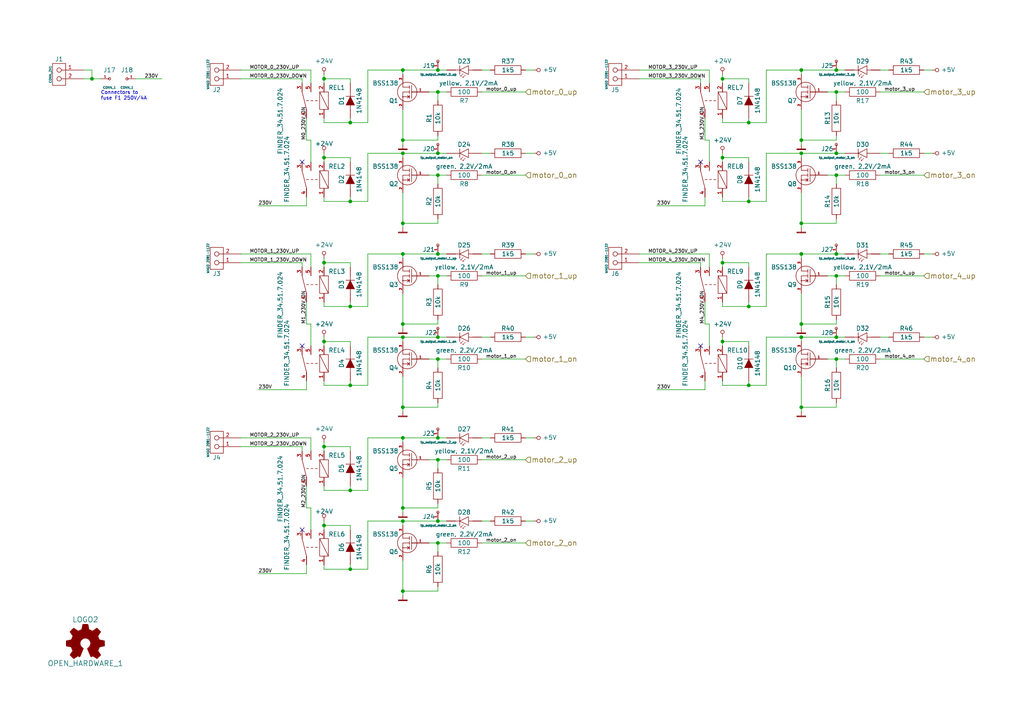
<source format=kicad_sch>
(kicad_sch (version 20211123) (generator eeschema)
  (paper "A4")
  (title_block (title "motor switch 3pole 5x (motor relays)") (date "2018-12-27") (rev "B") (company "koewiba"))
  (lib_symbols
    (symbol "connectors:CONN_1" (pin_names (offset 1.016))
      (property "Reference" "J" (at 0 1.905 0))
      (property "Value" "CONN_1" (at 0 -1.905 0))
      (symbol "CONN_1_1_1"
        (pin passive line (at -2.54 0 0) (length 2.54) (name "~") (number "1"))
      )
    )
    (symbol "connectors:CONN_2X1" (pin_names (offset 1.016) hide)
      (property "Reference" "J" (at 1.905 4.445 0))
      (property "Value" "CONN_2X1" (at 4.445 0 90))
      (symbol "CONN_2X1_1_1"
        (pin passive inverted (at -5.08 1.27 0) (length 7.62) (name "1") (number "1"))
        (pin passive inverted (at -5.08 -1.27 0) (length 7.62) (name "2") (number "2"))
      )
    )
    (symbol "logo:OPEN_HARDWARE_1" (pin_names (offset 1.016))
      (property "Reference" "LOGO" (at 0 6.985 0))
      (property "Value" "OPEN_HARDWARE_1" (at 0 -5.715 0))
    )
    (symbol "power:+24V" (power) (pin_numbers hide) (pin_names (offset 0))
      (property "Value" "power_+24V" (at 0 2.794 0))
      (symbol "+24V_0_0"
        (pin power_in line (at 0 0 90) (length 0) hide (name "+24V") (number "1"))
      )
    )
    (symbol "power:+5V" (power) (pin_names (offset 1.016))
      (property "Value" "power_+5V" (at 0 2.794 0))
      (symbol "+5V_0_0"
        (pin power_in line (at 0 0 90) (length 0) hide (name "+5V") (number "1"))
      )
    )
    (symbol "power:GND" (power) (pin_names (offset 0.254))
      (symbol "GND_1_1"
        (pin power_in line (at 0 0 90) (length 0) hide (name "GND") (number "1"))
      )
    )
    (symbol "relays:FINDER_34.51.7.024" (pin_names (offset 1.016) hide)
      (property "Reference" "REL" (at 0.635 -2.54 0))
      (property "Value" "FINDER_34.51.7.024" (at 1.27 8.89 0))
      (symbol "FINDER_34.51.7.024_1_1"
        (pin input line (at -5.08 0 0) (length 2.54) (name "+") (number "1"))
        (pin input line (at 5.08 0 180) (length 2.54) (name "-") (number "2"))
        (pin passive line (at 5.08 6.35 180) (length 2.54) (name "~") (number "3"))
        (pin passive line (at -5.08 5.08 0) (length 2.54) (name "~") (number "4"))
        (pin passive line (at 5.08 3.81 180) (length 2.54) (name "~") (number "5"))
      )
    )
    (symbol "standard:D" (pin_numbers hide) (pin_names (offset 1.016) hide)
      (property "Reference" "D" (at 0.254 2.032 0))
      (property "Value" "D" (at 0 -1.905 0))
      (symbol "D_1_1"
        (pin input line (at -5.08 0 0) (length 2.54) (name "A") (number "1"))
        (pin input line (at 5.08 0 180) (length 2.54) (name "C") (number "2"))
      )
    )
    (symbol "standard:LED" (pin_numbers hide) (pin_names (offset 1.016) hide)
      (property "Reference" "D" (at 0 5.08 0))
      (property "Value" "LED" (at 3.175 1.27 0))
      (symbol "LED_1_1"
        (pin input line (at 0 3.81 0) (length 2.54) (name "A") (number "1"))
        (pin input line (at 10.16 3.81 180) (length 2.54) (name "C") (number "2"))
      )
    )
    (symbol "standard:R" (pin_numbers hide) (pin_names (offset 1.016) hide)
      (property "Reference" "R" (at 0 -2.54 0))
      (property "Value" "R" (at 0 0 0))
      (symbol "R_1_1"
        (pin passive line (at -5.08 0 0) (length 1.27) (name "1") (number "1"))
        (pin passive line (at 5.08 0 180) (length 1.27) (name "2") (number "2"))
      )
    )
    (symbol "transistors:BSS138" (pin_names (offset 1.016) hide)
      (property "Reference" "Q" (at 3.81 -2.54 0))
      (property "Value" "BSS138" (at 3.81 2.54 0))
      (symbol "BSS138_1_1"
        (pin input line (at -5.08 0 0) (length 5.08) (name "G") (number "1"))
        (pin passive line (at 2.54 -5.08 90) (length 2.54) (name "S") (number "2"))
        (pin passive line (at 2.54 5.08 270) (length 2.54) (name "D") (number "3"))
      )
    )
  )
  (junction (at 116.84 73.66))
  (junction (at 217.17 35.56))
  (junction (at 242.57 80.01))
  (junction (at 232.41 97.79))
  (junction (at 232.41 93.98))
  (junction (at 116.84 64.77))
  (junction (at 232.41 40.64))
  (junction (at 101.6 111.76))
  (junction (at 127 50.8))
  (junction (at 242.57 104.14))
  (junction (at 93.98 152.4))
  (junction (at 209.55 45.72))
  (junction (at 93.98 76.2))
  (junction (at 93.98 99.06))
  (junction (at 242.57 97.79))
  (junction (at 101.6 165.1))
  (junction (at 26.67 22.86))
  (junction (at 127 157.48))
  (junction (at 217.17 111.76))
  (junction (at 101.6 35.56))
  (junction (at 217.17 88.9))
  (junction (at 116.84 44.45))
  (junction (at 242.57 73.66))
  (junction (at 232.41 73.66))
  (junction (at 116.84 147.32))
  (junction (at 209.55 22.86))
  (junction (at 232.41 118.11))
  (junction (at 242.57 20.32))
  (junction (at 116.84 93.98))
  (junction (at 242.57 50.8))
  (junction (at 127 26.67))
  (junction (at 127 73.66))
  (junction (at 116.84 97.79))
  (junction (at 127 104.14))
  (junction (at 93.98 129.54))
  (junction (at 116.84 20.32))
  (junction (at 101.6 58.42))
  (junction (at 127 80.01))
  (junction (at 232.41 20.32))
  (junction (at 232.41 44.45))
  (junction (at 127 133.35))
  (junction (at 116.84 118.11))
  (junction (at 116.84 171.45))
  (junction (at 242.57 26.67))
  (junction (at 93.98 45.72))
  (junction (at 116.84 127))
  (junction (at 127 44.45))
  (junction (at 116.84 151.13))
  (junction (at 101.6 88.9))
  (junction (at 127 97.79))
  (junction (at 232.41 64.77))
  (junction (at 127 151.13))
  (junction (at 127 127))
  (junction (at 217.17 58.42))
  (junction (at 209.55 76.2))
  (junction (at 101.6 142.24))
  (junction (at 209.55 99.06))
  (junction (at 127 20.32))
  (junction (at 93.98 22.86))
  (junction (at 116.84 40.64))
  (junction (at 242.57 44.45))
  (no_connect (at 87.63 46.99))
  (no_connect (at 87.63 100.33))
  (no_connect (at 203.2 46.99))
  (no_connect (at 87.63 153.67))
  (no_connect (at 203.2 100.33))
  (wire (pts (xy 222.25 44.45) (xy 232.41 44.45)))
  (wire (pts (xy 101.6 152.4) (xy 101.6 153.67)))
  (wire (pts (xy 24.13 20.32) (xy 26.67 20.32)))
  (wire (pts (xy 90.17 73.66) (xy 69.85 73.66)))
  (wire (pts (xy 209.55 88.9) (xy 217.17 88.9)))
  (wire (pts (xy 127 92.71) (xy 127 93.98)))
  (wire (pts (xy 93.98 128.27) (xy 93.98 129.54)))
  (wire (pts (xy 255.27 26.67) (xy 267.97 26.67)))
  (wire (pts (xy 203.2 77.47) (xy 203.2 76.2)))
  (wire (pts (xy 154.94 20.32) (xy 152.4 20.32)))
  (wire (pts (xy 242.57 97.79) (xy 245.11 97.79)))
  (wire (pts (xy 209.55 45.72) (xy 217.17 45.72)))
  (wire (pts (xy 116.84 152.4) (xy 116.84 151.13)))
  (wire (pts (xy 26.67 22.86) (xy 29.21 22.86)))
  (wire (pts (xy 209.55 45.72) (xy 209.55 44.45)))
  (wire (pts (xy 217.17 22.86) (xy 209.55 22.86)))
  (wire (pts (xy 242.57 29.21) (xy 242.57 26.67)))
  (wire (pts (xy 106.68 73.66) (xy 116.84 73.66)))
  (wire (pts (xy 101.6 140.97) (xy 101.6 142.24)))
  (wire (pts (xy 232.41 45.72) (xy 232.41 44.45)))
  (wire (pts (xy 217.17 99.06) (xy 217.17 100.33)))
  (wire (pts (xy 101.6 165.1) (xy 106.68 165.1)))
  (wire (pts (xy 154.94 127) (xy 152.4 127)))
  (wire (pts (xy 124.46 104.14) (xy 127 104.14)))
  (wire (pts (xy 93.98 45.72) (xy 101.6 45.72)))
  (wire (pts (xy 242.57 53.34) (xy 242.57 50.8)))
  (wire (pts (xy 116.84 20.32) (xy 127 20.32)))
  (wire (pts (xy 101.6 99.06) (xy 101.6 100.33)))
  (wire (pts (xy 129.54 127) (xy 127 127)))
  (wire (pts (xy 93.98 46.99) (xy 93.98 45.72)))
  (wire (pts (xy 106.68 88.9) (xy 106.68 73.66)))
  (wire (pts (xy 217.17 110.49) (xy 217.17 111.76)))
  (wire (pts (xy 139.7 127) (xy 142.24 127)))
  (wire (pts (xy 242.57 50.8) (xy 245.11 50.8)))
  (wire (pts (xy 205.74 40.64) (xy 204.47 40.64)))
  (wire (pts (xy 93.98 35.56) (xy 101.6 35.56)))
  (wire (pts (xy 101.6 45.72) (xy 101.6 46.99)))
  (wire (pts (xy 222.25 73.66) (xy 222.25 88.9)))
  (wire (pts (xy 101.6 76.2) (xy 93.98 76.2)))
  (wire (pts (xy 116.84 20.32) (xy 116.84 21.59)))
  (wire (pts (xy 87.63 130.81) (xy 87.63 129.54)))
  (wire (pts (xy 101.6 129.54) (xy 93.98 129.54)))
  (wire (pts (xy 127 44.45) (xy 129.54 44.45)))
  (wire (pts (xy 205.74 100.33) (xy 205.74 93.98)))
  (wire (pts (xy 209.55 76.2) (xy 209.55 77.47)))
  (wire (pts (xy 203.2 76.2) (xy 185.42 76.2)))
  (wire (pts (xy 106.68 44.45) (xy 116.84 44.45)))
  (wire (pts (xy 240.03 104.14) (xy 242.57 104.14)))
  (wire (pts (xy 116.84 138.43) (xy 116.84 147.32)))
  (wire (pts (xy 255.27 80.01) (xy 267.97 80.01)))
  (wire (pts (xy 242.57 106.68) (xy 242.57 104.14)))
  (wire (pts (xy 101.6 58.42) (xy 106.68 58.42)))
  (wire (pts (xy 101.6 57.15) (xy 101.6 58.42)))
  (wire (pts (xy 217.17 111.76) (xy 222.25 111.76)))
  (wire (pts (xy 139.7 97.79) (xy 142.24 97.79)))
  (wire (pts (xy 93.98 152.4) (xy 101.6 152.4)))
  (wire (pts (xy 93.98 22.86) (xy 93.98 24.13)))
  (wire (pts (xy 232.41 21.59) (xy 232.41 20.32)))
  (wire (pts (xy 232.41 64.77) (xy 232.41 66.04)))
  (wire (pts (xy 116.84 147.32) (xy 116.84 148.59)))
  (wire (pts (xy 90.17 46.99) (xy 90.17 40.64)))
  (wire (pts (xy 242.57 40.64) (xy 232.41 40.64)))
  (wire (pts (xy 87.63 129.54) (xy 69.85 129.54)))
  (wire (pts (xy 217.17 77.47) (xy 217.17 76.2)))
  (wire (pts (xy 39.37 22.86) (xy 46.99 22.86)))
  (wire (pts (xy 242.57 26.67) (xy 245.11 26.67)))
  (wire (pts (xy 116.84 151.13) (xy 127 151.13)))
  (wire (pts (xy 127 127) (xy 116.84 127)))
  (wire (pts (xy 90.17 130.81) (xy 90.17 127)))
  (wire (pts (xy 101.6 22.86) (xy 93.98 22.86)))
  (wire (pts (xy 204.47 59.69) (xy 204.47 57.15)))
  (wire (pts (xy 242.57 118.11) (xy 232.41 118.11)))
  (wire (pts (xy 101.6 35.56) (xy 106.68 35.56)))
  (wire (pts (xy 209.55 46.99) (xy 209.55 45.72)))
  (wire (pts (xy 106.68 20.32) (xy 116.84 20.32)))
  (wire (pts (xy 139.7 133.35) (xy 152.4 133.35)))
  (wire (pts (xy 88.9 147.32) (xy 88.9 140.97)))
  (wire (pts (xy 106.68 97.79) (xy 116.84 97.79)))
  (wire (pts (xy 270.51 97.79) (xy 267.97 97.79)))
  (wire (pts (xy 127 160.02) (xy 127 157.48)))
  (wire (pts (xy 217.17 34.29) (xy 217.17 35.56)))
  (wire (pts (xy 116.84 109.22) (xy 116.84 118.11)))
  (wire (pts (xy 101.6 111.76) (xy 106.68 111.76)))
  (wire (pts (xy 240.03 26.67) (xy 242.57 26.67)))
  (wire (pts (xy 93.98 21.59) (xy 93.98 22.86)))
  (wire (pts (xy 90.17 20.32) (xy 69.85 20.32)))
  (wire (pts (xy 154.94 73.66) (xy 152.4 73.66)))
  (wire (pts (xy 116.84 64.77) (xy 116.84 66.04)))
  (wire (pts (xy 222.25 58.42) (xy 222.25 44.45)))
  (wire (pts (xy 255.27 44.45) (xy 257.81 44.45)))
  (wire (pts (xy 270.51 73.66) (xy 267.97 73.66)))
  (wire (pts (xy 90.17 77.47) (xy 90.17 73.66)))
  (wire (pts (xy 209.55 111.76) (xy 217.17 111.76)))
  (wire (pts (xy 232.41 40.64) (xy 232.41 41.91)))
  (wire (pts (xy 93.98 111.76) (xy 93.98 110.49)))
  (wire (pts (xy 139.7 80.01) (xy 152.4 80.01)))
  (wire (pts (xy 190.5 59.69) (xy 204.47 59.69)))
  (wire (pts (xy 270.51 44.45) (xy 267.97 44.45)))
  (wire (pts (xy 255.27 104.14) (xy 267.97 104.14)))
  (wire (pts (xy 127 29.21) (xy 127 26.67)))
  (wire (pts (xy 205.74 77.47) (xy 205.74 73.66)))
  (wire (pts (xy 93.98 153.67) (xy 93.98 152.4)))
  (wire (pts (xy 209.55 34.29) (xy 209.55 35.56)))
  (wire (pts (xy 209.55 21.59) (xy 209.55 22.86)))
  (wire (pts (xy 106.68 111.76) (xy 106.68 97.79)))
  (wire (pts (xy 217.17 87.63) (xy 217.17 88.9)))
  (wire (pts (xy 222.25 97.79) (xy 232.41 97.79)))
  (wire (pts (xy 127 104.14) (xy 129.54 104.14)))
  (wire (pts (xy 232.41 85.09) (xy 232.41 93.98)))
  (wire (pts (xy 124.46 80.01) (xy 127 80.01)))
  (wire (pts (xy 209.55 35.56) (xy 217.17 35.56)))
  (wire (pts (xy 93.98 152.4) (xy 93.98 151.13)))
  (wire (pts (xy 74.93 59.69) (xy 88.9 59.69)))
  (wire (pts (xy 139.7 50.8) (xy 152.4 50.8)))
  (wire (pts (xy 127 135.89) (xy 127 133.35)))
  (wire (pts (xy 127 73.66) (xy 129.54 73.66)))
  (wire (pts (xy 242.57 104.14) (xy 245.11 104.14)))
  (wire (pts (xy 90.17 40.64) (xy 88.9 40.64)))
  (wire (pts (xy 232.41 73.66) (xy 242.57 73.66)))
  (wire (pts (xy 101.6 130.81) (xy 101.6 129.54)))
  (wire (pts (xy 106.68 35.56) (xy 106.68 20.32)))
  (wire (pts (xy 93.98 88.9) (xy 101.6 88.9)))
  (wire (pts (xy 116.84 74.93) (xy 116.84 73.66)))
  (wire (pts (xy 93.98 34.29) (xy 93.98 35.56)))
  (wire (pts (xy 93.98 140.97) (xy 93.98 142.24)))
  (wire (pts (xy 93.98 58.42) (xy 101.6 58.42)))
  (wire (pts (xy 116.84 40.64) (xy 116.84 41.91)))
  (wire (pts (xy 203.2 22.86) (xy 185.42 22.86)))
  (wire (pts (xy 93.98 74.93) (xy 93.98 76.2)))
  (wire (pts (xy 90.17 93.98) (xy 88.9 93.98)))
  (wire (pts (xy 154.94 151.13) (xy 152.4 151.13)))
  (wire (pts (xy 93.98 58.42) (xy 93.98 57.15)))
  (wire (pts (xy 87.63 24.13) (xy 87.63 22.86)))
  (wire (pts (xy 205.74 24.13) (xy 205.74 20.32)))
  (wire (pts (xy 116.84 31.75) (xy 116.84 40.64)))
  (wire (pts (xy 101.6 24.13) (xy 101.6 22.86)))
  (wire (pts (xy 240.03 50.8) (xy 242.57 50.8)))
  (wire (pts (xy 139.7 44.45) (xy 142.24 44.45)))
  (wire (pts (xy 93.98 142.24) (xy 101.6 142.24)))
  (wire (pts (xy 74.93 166.37) (xy 88.9 166.37)))
  (wire (pts (xy 127 63.5) (xy 127 64.77)))
  (wire (pts (xy 116.84 99.06) (xy 116.84 97.79)))
  (wire (pts (xy 217.17 88.9) (xy 222.25 88.9)))
  (wire (pts (xy 88.9 166.37) (xy 88.9 163.83)))
  (wire (pts (xy 232.41 44.45) (xy 242.57 44.45)))
  (wire (pts (xy 242.57 92.71) (xy 242.57 93.98)))
  (wire (pts (xy 217.17 76.2) (xy 209.55 76.2)))
  (wire (pts (xy 242.57 80.01) (xy 245.11 80.01)))
  (wire (pts (xy 116.84 44.45) (xy 127 44.45)))
  (wire (pts (xy 101.6 87.63) (xy 101.6 88.9)))
  (wire (pts (xy 26.67 20.32) (xy 26.67 22.86)))
  (wire (pts (xy 90.17 147.32) (xy 88.9 147.32)))
  (wire (pts (xy 139.7 26.67) (xy 152.4 26.67)))
  (wire (pts (xy 242.57 73.66) (xy 245.11 73.66)))
  (wire (pts (xy 232.41 99.06) (xy 232.41 97.79)))
  (wire (pts (xy 87.63 76.2) (xy 69.85 76.2)))
  (wire (pts (xy 90.17 127) (xy 69.85 127)))
  (wire (pts (xy 101.6 142.24) (xy 106.68 142.24)))
  (wire (pts (xy 106.68 127) (xy 106.68 142.24)))
  (wire (pts (xy 217.17 58.42) (xy 222.25 58.42)))
  (wire (pts (xy 217.17 45.72) (xy 217.17 46.99)))
  (wire (pts (xy 242.57 39.37) (xy 242.57 40.64)))
  (wire (pts (xy 74.93 113.03) (xy 88.9 113.03)))
  (wire (pts (xy 127 116.84) (xy 127 118.11)))
  (wire (pts (xy 93.98 45.72) (xy 93.98 44.45)))
  (wire (pts (xy 93.98 99.06) (xy 93.98 97.79)))
  (wire (pts (xy 90.17 24.13) (xy 90.17 20.32)))
  (wire (pts (xy 93.98 129.54) (xy 93.98 130.81)))
  (wire (pts (xy 127 151.13) (xy 129.54 151.13)))
  (wire (pts (xy 204.47 40.64) (xy 204.47 34.29)))
  (wire (pts (xy 242.57 82.55) (xy 242.57 80.01)))
  (wire (pts (xy 127 146.05) (xy 127 147.32)))
  (wire (pts (xy 88.9 40.64) (xy 88.9 34.29)))
  (wire (pts (xy 116.84 171.45) (xy 116.84 172.72)))
  (wire (pts (xy 93.98 100.33) (xy 93.98 99.06)))
  (wire (pts (xy 101.6 34.29) (xy 101.6 35.56)))
  (wire (pts (xy 232.41 93.98) (xy 232.41 95.25)))
  (wire (pts (xy 240.03 80.01) (xy 242.57 80.01)))
  (wire (pts (xy 242.57 63.5) (xy 242.57 64.77)))
  (wire (pts (xy 209.55 22.86) (xy 209.55 24.13)))
  (wire (pts (xy 127 82.55) (xy 127 80.01)))
  (wire (pts (xy 101.6 77.47) (xy 101.6 76.2)))
  (wire (pts (xy 222.25 20.32) (xy 222.25 35.56)))
  (wire (pts (xy 232.41 55.88) (xy 232.41 64.77)))
  (wire (pts (xy 106.68 151.13) (xy 116.84 151.13)))
  (wire (pts (xy 205.74 46.99) (xy 205.74 40.64)))
  (wire (pts (xy 24.13 22.86) (xy 26.67 22.86)))
  (wire (pts (xy 116.84 97.79) (xy 127 97.79)))
  (wire (pts (xy 232.41 74.93) (xy 232.41 73.66)))
  (wire (pts (xy 127 64.77) (xy 116.84 64.77)))
  (wire (pts (xy 209.55 87.63) (xy 209.55 88.9)))
  (wire (pts (xy 205.74 73.66) (xy 185.42 73.66)))
  (wire (pts (xy 127 26.67) (xy 129.54 26.67)))
  (wire (pts (xy 116.84 93.98) (xy 116.84 95.25)))
  (wire (pts (xy 154.94 44.45) (xy 152.4 44.45)))
  (wire (pts (xy 205.74 20.32) (xy 185.42 20.32)))
  (wire (pts (xy 255.27 97.79) (xy 257.81 97.79)))
  (wire (pts (xy 124.46 133.35) (xy 127 133.35)))
  (wire (pts (xy 217.17 35.56) (xy 222.25 35.56)))
  (wire (pts (xy 88.9 113.03) (xy 88.9 110.49)))
  (wire (pts (xy 139.7 157.48) (xy 152.4 157.48)))
  (wire (pts (xy 255.27 50.8) (xy 267.97 50.8)))
  (wire (pts (xy 116.84 162.56) (xy 116.84 171.45)))
  (wire (pts (xy 101.6 163.83) (xy 101.6 165.1)))
  (wire (pts (xy 93.98 165.1) (xy 93.98 163.83)))
  (wire (pts (xy 139.7 73.66) (xy 142.24 73.66)))
  (wire (pts (xy 232.41 20.32) (xy 222.25 20.32)))
  (wire (pts (xy 255.27 20.32) (xy 257.81 20.32)))
  (wire (pts (xy 232.41 31.75) (xy 232.41 40.64)))
  (wire (pts (xy 124.46 157.48) (xy 127 157.48)))
  (wire (pts (xy 124.46 26.67) (xy 127 26.67)))
  (wire (pts (xy 88.9 93.98) (xy 88.9 87.63)))
  (wire (pts (xy 154.94 97.79) (xy 152.4 97.79)))
  (wire (pts (xy 232.41 20.32) (xy 242.57 20.32)))
  (wire (pts (xy 106.68 165.1) (xy 106.68 151.13)))
  (wire (pts (xy 242.57 64.77) (xy 232.41 64.77)))
  (wire (pts (xy 204.47 113.03) (xy 204.47 110.49)))
  (wire (pts (xy 116.84 73.66) (xy 127 73.66)))
  (wire (pts (xy 232.41 109.22) (xy 232.41 118.11)))
  (wire (pts (xy 127 118.11) (xy 116.84 118.11)))
  (wire (pts (xy 106.68 58.42) (xy 106.68 44.45)))
  (wire (pts (xy 242.57 44.45) (xy 245.11 44.45)))
  (wire (pts (xy 242.57 116.84) (xy 242.57 118.11)))
  (wire (pts (xy 106.68 127) (xy 116.84 127)))
  (wire (pts (xy 209.55 99.06) (xy 209.55 97.79)))
  (wire (pts (xy 270.51 20.32) (xy 267.97 20.32)))
  (wire (pts (xy 255.27 73.66) (xy 257.81 73.66)))
  (wire (pts (xy 127 106.68) (xy 127 104.14)))
  (wire (pts (xy 127 97.79) (xy 129.54 97.79)))
  (wire (pts (xy 116.84 55.88) (xy 116.84 64.77)))
  (wire (pts (xy 87.63 22.86) (xy 69.85 22.86)))
  (wire (pts (xy 217.17 24.13) (xy 217.17 22.86)))
  (wire (pts (xy 87.63 77.47) (xy 87.63 76.2)))
  (wire (pts (xy 209.55 99.06) (xy 217.17 99.06)))
  (wire (pts (xy 232.41 73.66) (xy 222.25 73.66)))
  (wire (pts (xy 242.57 93.98) (xy 232.41 93.98)))
  (wire (pts (xy 93.98 76.2) (xy 93.98 77.47)))
  (wire (pts (xy 127 39.37) (xy 127 40.64)))
  (wire (pts (xy 101.6 88.9) (xy 106.68 88.9)))
  (wire (pts (xy 116.84 45.72) (xy 116.84 44.45)))
  (wire (pts (xy 139.7 151.13) (xy 142.24 151.13)))
  (wire (pts (xy 204.47 93.98) (xy 204.47 87.63)))
  (wire (pts (xy 127 147.32) (xy 116.84 147.32)))
  (wire (pts (xy 127 80.01) (xy 129.54 80.01)))
  (wire (pts (xy 88.9 59.69) (xy 88.9 57.15)))
  (wire (pts (xy 124.46 50.8) (xy 127 50.8)))
  (wire (pts (xy 222.25 111.76) (xy 222.25 97.79)))
  (wire (pts (xy 209.55 58.42) (xy 209.55 57.15)))
  (wire (pts (xy 93.98 165.1) (xy 101.6 165.1)))
  (wire (pts (xy 101.6 110.49) (xy 101.6 111.76)))
  (wire (pts (xy 127 20.32) (xy 129.54 20.32)))
  (wire (pts (xy 203.2 24.13) (xy 203.2 22.86)))
  (wire (pts (xy 232.41 97.79) (xy 242.57 97.79)))
  (wire (pts (xy 127 133.35) (xy 129.54 133.35)))
  (wire (pts (xy 127 40.64) (xy 116.84 40.64)))
  (wire (pts (xy 127 170.18) (xy 127 171.45)))
  (wire (pts (xy 217.17 57.15) (xy 217.17 58.42)))
  (wire (pts (xy 127 53.34) (xy 127 50.8)))
  (wire (pts (xy 116.84 128.27) (xy 116.84 127)))
  (wire (pts (xy 127 157.48) (xy 129.54 157.48)))
  (wire (pts (xy 232.41 118.11) (xy 232.41 119.38)))
  (wire (pts (xy 116.84 118.11) (xy 116.84 119.38)))
  (wire (pts (xy 209.55 111.76) (xy 209.55 110.49)))
  (wire (pts (xy 209.55 74.93) (xy 209.55 76.2)))
  (wire (pts (xy 116.84 85.09) (xy 116.84 93.98)))
  (wire (pts (xy 90.17 153.67) (xy 90.17 147.32)))
  (wire (pts (xy 127 93.98) (xy 116.84 93.98)))
  (wire (pts (xy 242.57 20.32) (xy 245.11 20.32)))
  (wire (pts (xy 93.98 87.63) (xy 93.98 88.9)))
  (wire (pts (xy 127 50.8) (xy 129.54 50.8)))
  (wire (pts (xy 90.17 100.33) (xy 90.17 93.98)))
  (wire (pts (xy 93.98 111.76) (xy 101.6 111.76)))
  (wire (pts (xy 190.5 113.03) (xy 204.47 113.03)))
  (wire (pts (xy 139.7 20.32) (xy 142.24 20.32)))
  (wire (pts (xy 127 171.45) (xy 116.84 171.45)))
  (wire (pts (xy 93.98 99.06) (xy 101.6 99.06)))
  (wire (pts (xy 209.55 58.42) (xy 217.17 58.42)))
  (wire (pts (xy 209.55 100.33) (xy 209.55 99.06)))
  (wire (pts (xy 205.74 93.98) (xy 204.47 93.98)))
  (wire (pts (xy 139.7 104.14) (xy 152.4 104.14)))
  (text "Connectors to \nfuse F1 250V/4A" (at 29.21 29.21 0) (effects (font (size 1.016 1.016)) (justify left bottom)))
  (label "230V" (at 190.5 113.03 0) (effects (font (size 1.016 1.016))))
  (label "motor_4_up" (at 265.43 80.01 180) (effects (font (size 1.016 1.016))))
  (label "motor_2_on" (at 149.86 157.48 180) (effects (font (size 1.016 1.016))))
  (label "MOTOR_4_230V_UP" (at 187.96 73.66 0) (effects (font (size 1.016 1.016))))
  (label "MOTOR_1_230V_UP" (at 72.39 73.66 0) (effects (font (size 1.016 1.016))))
  (label "MOTOR_4_230V_DOWN" (at 187.96 76.2 0) (effects (font (size 1.016 1.016))))
  (label "motor_0_on" (at 149.86 50.8 180) (effects (font (size 1.016 1.016))))
  (label "MOTOR_0_230V_UP" (at 72.39 20.32 0) (effects (font (size 1.016 1.016))))
  (label "MOTOR_1_230V_DOWN" (at 72.39 76.2 0) (effects (font (size 1.016 1.016))))
  (label "motor_1_up" (at 149.86 80.01 180) (effects (font (size 1.016 1.016))))
  (label "230V" (at 74.93 113.03 0) (effects (font (size 1.016 1.016))))
  (label "MOTOR_2_230V_UP" (at 72.39 127 0) (effects (font (size 1.016 1.016))))
  (label "MOTOR_2_230V_DOWN" (at 72.39 129.54 0) (effects (font (size 1.016 1.016))))
  (label "motor_4_on" (at 265.43 104.14 180) (effects (font (size 1.016 1.016))))
  (label "M2_230V_ON" (at 88.9 147.32 90) (effects (font (size 1.016 1.016))))
  (label "MOTOR_3_230V_UP" (at 187.96 20.32 0) (effects (font (size 1.016 1.016))))
  (label "motor_3_on" (at 265.43 50.8 180) (effects (font (size 1.016 1.016))))
  (label "M0_230V_ON" (at 88.9 40.64 90) (effects (font (size 1.016 1.016))))
  (label "motor_1_on" (at 149.86 104.14 180) (effects (font (size 1.016 1.016))))
  (label "230V" (at 190.5 59.69 0) (effects (font (size 1.016 1.016))))
  (label "M1_230V_ON" (at 88.9 93.98 90) (effects (font (size 1.016 1.016))))
  (label "motor_2_up" (at 149.86 133.35 180) (effects (font (size 1.016 1.016))))
  (label "motor_0_up" (at 149.86 26.67 180) (effects (font (size 1.016 1.016))))
  (label "motor_3_up" (at 265.43 26.67 180) (effects (font (size 1.016 1.016))))
  (label "MOTOR_0_230V_DOWN" (at 72.39 22.86 0) (effects (font (size 1.016 1.016))))
  (label "230V" (at 74.93 166.37 0) (effects (font (size 1.016 1.016))))
  (label "M4_230V_ON" (at 204.47 93.98 90) (effects (font (size 1.016 1.016))))
  (label "230V" (at 41.91 22.86 0) (effects (font (size 1.016 1.016))))
  (label "M3_230V_ON" (at 204.47 40.64 90) (effects (font (size 1.016 1.016))))
  (label "230V" (at 74.93 59.69 0) (effects (font (size 1.016 1.016))))
  (label "MOTOR_3_230V_DOWN" (at 187.96 22.86 0) (effects (font (size 1.016 1.016))))
  (hierarchical_label "motor_2_up" (shape input) (at 152.4 133.35 0) (effects (font (size 1.524 1.524))))
  (hierarchical_label "motor_1_up" (shape input) (at 152.4 80.01 0) (effects (font (size 1.524 1.524))))
  (hierarchical_label "motor_4_up" (shape input) (at 267.97 80.01 0) (effects (font (size 1.524 1.524))))
  (hierarchical_label "motor_1_on" (shape input) (at 152.4 104.14 0) (effects (font (size 1.524 1.524))))
  (hierarchical_label "motor_3_up" (shape input) (at 267.97 26.67 0) (effects (font (size 1.524 1.524))))
  (hierarchical_label "motor_2_on" (shape input) (at 152.4 157.48 0) (effects (font (size 1.524 1.524))))
  (hierarchical_label "motor_3_on" (shape input) (at 267.97 50.8 0) (effects (font (size 1.524 1.524))))
  (hierarchical_label "motor_0_on" (shape input) (at 152.4 50.8 0) (effects (font (size 1.524 1.524))))
  (hierarchical_label "motor_0_up" (shape input) (at 152.4 26.67 0) (effects (font (size 1.524 1.524))))
  (hierarchical_label "motor_4_on" (shape input) (at 267.97 104.14 0) (effects (font (size 1.524 1.524))))
  (symbol (lib_id "power:+24V") (at 93.98 44.45 0) (unit 1)
    (property "Reference" "#PWR010" (effects hide))
    (property "Value" "+24V" (at 93.98 41.656 0))
  )
  (symbol (lib_id "standard:D") (at 101.6 29.21 90) (unit 1)
    (property "Reference" "D1" (at 99.06 29.21 0))
    (property "Value" "1N4148" (at 104.14 29.21 0))
    (property "Footprint" "Diode_SMD:D_SOD323" (effects hide))
  )
  (symbol (lib_id "standard:D") (at 101.6 52.07 90) (unit 1)
    (property "Reference" "D2" (at 99.06 52.07 0))
    (property "Value" "1N4148" (at 104.14 52.07 0))
    (property "Footprint" "Diode_SMD:D_SOD323" (effects hide))
  )
  (symbol (lib_id "transistors:BSS138") (at 119.38 50.8 0) (mirror y) (unit 1)
    (property "Reference" "Q2" (at 115.57 53.34 0) (effects (justify left)))
    (property "Value" "BSS138" (at 115.57 48.26 0) (effects (justify left)))
    (property "Footprint" "Housings_SOT:SOT23-3" (effects hide))
  )
  (symbol (lib_id "transistors:BSS138") (at 119.38 26.67 0) (mirror y) (unit 1)
    (property "Reference" "Q1" (at 115.57 29.21 0) (effects (justify left)))
    (property "Value" "BSS138" (at 115.57 24.13 0) (effects (justify left)))
    (property "Footprint" "Housings_SOT:SOT23-3" (effects hide))
  )
  (symbol (lib_id "standard:R") (at 134.62 26.67 0) (unit 1)
    (property "Reference" "R7" (at 134.62 29.21 0))
    (property "Value" "100" (at 134.62 26.67 0))
    (property "Footprint" "Resistor:R_0805" (effects hide))
  )
  (symbol (lib_id "standard:R") (at 127 34.29 270) (unit 1)
    (property "Reference" "R1" (at 124.46 34.29 0))
    (property "Value" "10k" (at 127 34.29 0))
    (property "Footprint" "Resistor:R_0805" (effects hide))
  )
  (symbol (lib_id "standard:R") (at 127 58.42 270) (unit 1)
    (property "Reference" "R2" (at 124.46 58.42 0))
    (property "Value" "10k" (at 127 58.42 0))
    (property "Footprint" "Resistor:R_0805" (effects hide))
  )
  (symbol (lib_id "standard:R") (at 134.62 50.8 0) (unit 1)
    (property "Reference" "R8" (at 134.62 53.34 0))
    (property "Value" "100" (at 134.62 50.8 0))
    (property "Footprint" "Resistor:R_0805" (effects hide))
  )
  (symbol (lib_id "power:GND") (at 116.84 66.04 0) (unit 1)
    (property "Reference" "#PWR011" (effects hide))
    (property "Value" "GND" (effects hide))
  )
  (symbol (lib_id "power:GND") (at 116.84 41.91 0) (unit 1)
    (property "Reference" "#PWR012" (effects hide))
    (property "Value" "GND" (effects hide))
  )
  (symbol (lib_id "relays:FINDER_34.51.7.024") (at 93.98 29.21 90) (unit 1)
    (property "Reference" "REL1" (at 95.25 25.4 90) (effects (justify right)))
    (property "Value" "FINDER_34.51.7.024" (at 81.28 25.4 0) (effects (justify right)))
    (property "Footprint" "Relay:finder_34.51_1xUM" (effects hide))
  )
  (symbol (lib_id "relays:FINDER_34.51.7.024") (at 93.98 52.07 90) (unit 1)
    (property "Reference" "REL2" (at 95.25 48.26 90) (effects (justify right)))
    (property "Value" "FINDER_34.51.7.024" (at 83.185 39.37 0) (effects (justify right)))
    (property "Footprint" "Relay:finder_34.51_1xUM" (effects hide))
  )
  (symbol (lib_id "power:+24V") (at 93.98 21.59 0) (unit 1)
    (property "Reference" "#PWR013" (effects hide))
    (property "Value" "+24V" (at 93.98 17.6784 0))
  )
  (symbol (lib_id "connectors:CONN_2X1") (at 64.77 21.59 180) (unit 1)
    (property "Reference" "J2" (at 62.865 26.035 0))
    (property "Value" "WAGO 2081-1122" (at 60.325 21.59 90) (effects (font (size 0.635 0.635))))
    (property "Footprint" "Connector_WAGO:WAGO2081-1122" (effects hide))
  )
  (symbol (lib_id "power:+24V") (at 93.98 97.79 0) (unit 1)
    (property "Reference" "#PWR014" (effects hide))
    (property "Value" "+24V" (at 93.98 93.98 0))
  )
  (symbol (lib_id "standard:D") (at 101.6 82.55 90) (unit 1)
    (property "Reference" "D3" (at 99.06 82.55 0))
    (property "Value" "1N4148" (at 104.14 82.55 0))
    (property "Footprint" "Diode_SMD:D_SOD323" (effects hide))
  )
  (symbol (lib_id "standard:D") (at 101.6 105.41 90) (unit 1)
    (property "Reference" "D4" (at 99.06 105.41 0))
    (property "Value" "1N4148" (at 104.14 105.41 0))
    (property "Footprint" "Diode_SMD:D_SOD323" (effects hide))
  )
  (symbol (lib_id "transistors:BSS138") (at 119.38 104.14 0) (mirror y) (unit 1)
    (property "Reference" "Q4" (at 115.57 106.68 0) (effects (justify left)))
    (property "Value" "BSS138" (at 115.57 101.6 0) (effects (justify left)))
    (property "Footprint" "Housings_SOT:SOT23-3" (effects hide))
  )
  (symbol (lib_id "transistors:BSS138") (at 119.38 80.01 0) (mirror y) (unit 1)
    (property "Reference" "Q3" (at 115.57 82.55 0) (effects (justify left)))
    (property "Value" "BSS138" (at 115.57 77.47 0) (effects (justify left)))
    (property "Footprint" "Housings_SOT:SOT23-3" (effects hide))
  )
  (symbol (lib_id "standard:R") (at 134.62 80.01 0) (unit 1)
    (property "Reference" "R9" (at 134.62 82.55 0))
    (property "Value" "100" (at 134.62 80.01 0))
    (property "Footprint" "Resistor:R_0805" (effects hide))
  )
  (symbol (lib_id "standard:R") (at 127 87.63 270) (unit 1)
    (property "Reference" "R3" (at 124.46 87.63 0))
    (property "Value" "10k" (at 127 87.63 0))
    (property "Footprint" "Resistor:R_0805" (effects hide))
  )
  (symbol (lib_id "standard:R") (at 127 111.76 270) (unit 1)
    (property "Reference" "R4" (at 124.46 111.76 0))
    (property "Value" "10k" (at 127 111.76 0))
    (property "Footprint" "Resistor:R_0805" (effects hide))
  )
  (symbol (lib_id "standard:R") (at 134.62 104.14 0) (unit 1)
    (property "Reference" "R10" (at 134.62 106.68 0))
    (property "Value" "100" (at 134.62 104.14 0))
    (property "Footprint" "Resistor:R_0805" (effects hide))
  )
  (symbol (lib_id "power:GND") (at 116.84 119.38 0) (unit 1)
    (property "Reference" "#PWR015" (effects hide))
    (property "Value" "GND" (effects hide))
  )
  (symbol (lib_id "power:GND") (at 116.84 95.25 0) (unit 1)
    (property "Reference" "#PWR016" (effects hide))
    (property "Value" "GND" (effects hide))
  )
  (symbol (lib_id "relays:FINDER_34.51.7.024") (at 93.98 105.41 90) (unit 1)
    (property "Reference" "REL4" (at 95.25 101.6 90) (effects (justify right)))
    (property "Value" "FINDER_34.51.7.024" (at 83.185 92.71 0) (effects (justify right)))
    (property "Footprint" "Relay:finder_34.51_1xUM" (effects hide))
  )
  (symbol (lib_id "relays:FINDER_34.51.7.024") (at 93.98 82.55 90) (unit 1)
    (property "Reference" "REL3" (at 95.25 78.74 90) (effects (justify right)))
    (property "Value" "FINDER_34.51.7.024" (at 81.28 78.74 0) (effects (justify right)))
    (property "Footprint" "Relay:finder_34.51_1xUM" (effects hide))
  )
  (symbol (lib_id "power:+24V") (at 93.98 74.93 0) (unit 1)
    (property "Reference" "#PWR017" (effects hide))
    (property "Value" "+24V" (at 93.98 71.0184 0))
  )
  (symbol (lib_id "connectors:CONN_2X1") (at 64.77 74.93 180) (unit 1)
    (property "Reference" "J3" (at 62.865 79.375 0))
    (property "Value" "WAGO 2081-1122" (at 60.325 74.93 90) (effects (font (size 0.635 0.635))))
    (property "Footprint" "Connector_WAGO:WAGO2081-1122" (effects hide))
  )
  (symbol (lib_id "power:+24V") (at 209.55 44.45 0) (unit 1)
    (property "Reference" "#PWR018" (effects hide))
    (property "Value" "+24V" (at 209.55 40.64 0))
  )
  (symbol (lib_id "standard:D") (at 217.17 29.21 90) (unit 1)
    (property "Reference" "D7" (at 214.63 29.21 0))
    (property "Value" "1N4148" (at 219.71 29.21 0))
    (property "Footprint" "Diode_SMD:D_SOD323" (effects hide))
  )
  (symbol (lib_id "standard:D") (at 217.17 52.07 90) (unit 1)
    (property "Reference" "D8" (at 214.63 52.07 0))
    (property "Value" "1N4148" (at 219.71 52.07 0))
    (property "Footprint" "Diode_SMD:D_SOD323" (effects hide))
  )
  (symbol (lib_id "transistors:BSS138") (at 234.95 50.8 0) (mirror y) (unit 1)
    (property "Reference" "Q8" (at 231.14 53.34 0) (effects (justify left)))
    (property "Value" "BSS138" (at 231.14 48.26 0) (effects (justify left)))
    (property "Footprint" "Housings_SOT:SOT23-3" (effects hide))
  )
  (symbol (lib_id "transistors:BSS138") (at 234.95 26.67 0) (mirror y) (unit 1)
    (property "Reference" "Q7" (at 231.14 29.21 0) (effects (justify left)))
    (property "Value" "BSS138" (at 231.14 24.13 0) (effects (justify left)))
    (property "Footprint" "Housings_SOT:SOT23-3" (effects hide))
  )
  (symbol (lib_id "standard:R") (at 250.19 26.67 0) (unit 1)
    (property "Reference" "R17" (at 250.19 29.21 0))
    (property "Value" "100" (at 250.19 26.67 0))
    (property "Footprint" "Resistor:R_0805" (effects hide))
  )
  (symbol (lib_id "standard:R") (at 242.57 34.29 270) (unit 1)
    (property "Reference" "R13" (at 240.03 34.29 0))
    (property "Value" "10k" (at 242.57 34.29 0))
    (property "Footprint" "Resistor:R_0805" (effects hide))
  )
  (symbol (lib_id "standard:R") (at 242.57 58.42 270) (unit 1)
    (property "Reference" "R14" (at 240.03 58.42 0))
    (property "Value" "10k" (at 242.57 58.42 0))
    (property "Footprint" "Resistor:R_0805" (effects hide))
  )
  (symbol (lib_id "standard:R") (at 250.19 50.8 0) (unit 1)
    (property "Reference" "R18" (at 250.19 53.34 0))
    (property "Value" "100" (at 250.19 50.8 0))
    (property "Footprint" "Resistor:R_0805" (effects hide))
  )
  (symbol (lib_id "power:GND") (at 232.41 66.04 0) (unit 1)
    (property "Reference" "#PWR019" (effects hide))
    (property "Value" "GND" (effects hide))
  )
  (symbol (lib_id "power:GND") (at 232.41 41.91 0) (unit 1)
    (property "Reference" "#PWR020" (effects hide))
    (property "Value" "GND" (effects hide))
  )
  (symbol (lib_id "relays:FINDER_34.51.7.024") (at 209.55 52.07 90) (unit 1)
    (property "Reference" "REL8" (at 210.82 48.26 90) (effects (justify right)))
    (property "Value" "FINDER_34.51.7.024" (at 198.755 39.37 0) (effects (justify right)))
    (property "Footprint" "Relay:finder_34.51_1xUM" (effects hide))
  )
  (symbol (lib_id "relays:FINDER_34.51.7.024") (at 209.55 29.21 90) (unit 1)
    (property "Reference" "REL7" (at 210.82 25.4 90) (effects (justify right)))
    (property "Value" "FINDER_34.51.7.024" (at 196.85 25.4 0) (effects (justify right)))
    (property "Footprint" "Relay:finder_34.51_1xUM" (effects hide))
  )
  (symbol (lib_id "power:+24V") (at 209.55 21.59 0) (unit 1)
    (property "Reference" "#PWR021" (effects hide))
    (property "Value" "+24V" (at 209.55 17.6784 0))
  )
  (symbol (lib_id "connectors:CONN_2X1") (at 180.34 21.59 180) (unit 1)
    (property "Reference" "J5" (at 178.435 26.035 0))
    (property "Value" "WAGO 2081-1122" (at 175.895 21.59 90) (effects (font (size 0.635 0.635))))
    (property "Footprint" "Connector_WAGO:WAGO2081-1122" (effects hide))
  )
  (symbol (lib_id "power:+24V") (at 209.55 97.79 0) (unit 1)
    (property "Reference" "#PWR022" (effects hide))
    (property "Value" "+24V" (at 209.55 93.98 0))
  )
  (symbol (lib_id "standard:D") (at 217.17 82.55 90) (unit 1)
    (property "Reference" "D9" (at 214.63 82.55 0))
    (property "Value" "1N4148" (at 219.71 82.55 0))
    (property "Footprint" "Diode_SMD:D_SOD323" (effects hide))
  )
  (symbol (lib_id "standard:D") (at 217.17 105.41 90) (unit 1)
    (property "Reference" "D10" (at 214.63 105.41 0))
    (property "Value" "1N4148" (at 219.71 105.41 0))
    (property "Footprint" "Diode_SMD:D_SOD323" (effects hide))
  )
  (symbol (lib_id "transistors:BSS138") (at 234.95 104.14 0) (mirror y) (unit 1)
    (property "Reference" "Q10" (at 231.14 106.68 0) (effects (justify left)))
    (property "Value" "BSS138" (at 231.14 101.6 0) (effects (justify left)))
    (property "Footprint" "Housings_SOT:SOT23-3" (effects hide))
  )
  (symbol (lib_id "transistors:BSS138") (at 234.95 80.01 0) (mirror y) (unit 1)
    (property "Reference" "Q9" (at 231.14 82.55 0) (effects (justify left)))
    (property "Value" "BSS138" (at 231.14 77.47 0) (effects (justify left)))
    (property "Footprint" "Housings_SOT:SOT23-3" (effects hide))
  )
  (symbol (lib_id "standard:R") (at 250.19 80.01 0) (unit 1)
    (property "Reference" "R19" (at 250.19 82.55 0))
    (property "Value" "100" (at 250.19 80.01 0))
    (property "Footprint" "Resistor:R_0805" (effects hide))
  )
  (symbol (lib_id "standard:R") (at 242.57 87.63 270) (unit 1)
    (property "Reference" "R15" (at 240.03 87.63 0))
    (property "Value" "10k" (at 242.57 87.63 0))
    (property "Footprint" "Resistor:R_0805" (effects hide))
  )
  (symbol (lib_id "standard:R") (at 242.57 111.76 270) (unit 1)
    (property "Reference" "R16" (at 240.03 111.76 0))
    (property "Value" "10k" (at 242.57 111.76 0))
    (property "Footprint" "Resistor:R_0805" (effects hide))
  )
  (symbol (lib_id "standard:R") (at 250.19 104.14 0) (unit 1)
    (property "Reference" "R20" (at 250.19 106.68 0))
    (property "Value" "100" (at 250.19 104.14 0))
    (property "Footprint" "Resistor:R_0805" (effects hide))
  )
  (symbol (lib_id "power:GND") (at 232.41 119.38 0) (unit 1)
    (property "Reference" "#PWR023" (effects hide))
    (property "Value" "GND" (effects hide))
  )
  (symbol (lib_id "power:GND") (at 232.41 95.25 0) (unit 1)
    (property "Reference" "#PWR024" (effects hide))
    (property "Value" "GND" (effects hide))
  )
  (symbol (lib_id "relays:FINDER_34.51.7.024") (at 209.55 105.41 90) (unit 1)
    (property "Reference" "REL10" (at 210.82 101.6 90) (effects (justify right)))
    (property "Value" "FINDER_34.51.7.024" (at 198.755 92.71 0) (effects (justify right)))
    (property "Footprint" "Relay:finder_34.51_1xUM" (effects hide))
  )
  (symbol (lib_id "relays:FINDER_34.51.7.024") (at 209.55 82.55 90) (unit 1)
    (property "Reference" "REL9" (at 210.82 78.74 90) (effects (justify right)))
    (property "Value" "FINDER_34.51.7.024" (at 196.85 78.74 0) (effects (justify right)))
    (property "Footprint" "Relay:finder_34.51_1xUM" (effects hide))
  )
  (symbol (lib_id "power:+24V") (at 209.55 74.93 0) (unit 1)
    (property "Reference" "#PWR025" (effects hide))
    (property "Value" "+24V" (at 209.55 71.0184 0))
  )
  (symbol (lib_id "connectors:CONN_2X1") (at 180.34 74.93 180) (unit 1)
    (property "Reference" "J6" (at 178.435 79.375 0))
    (property "Value" "WAGO 2081-1122" (at 175.895 74.93 90) (effects (font (size 0.635 0.635))))
    (property "Footprint" "Connector_WAGO:WAGO2081-1122" (effects hide))
  )
  (symbol (lib_id "power:+24V") (at 93.98 151.13 0) (unit 1)
    (property "Reference" "#PWR026" (effects hide))
    (property "Value" "+24V" (at 93.98 148.336 0))
  )
  (symbol (lib_id "standard:D") (at 101.6 135.89 90) (unit 1)
    (property "Reference" "D5" (at 99.06 135.89 0))
    (property "Value" "1N4148" (at 104.14 135.89 0))
    (property "Footprint" "Diode_SMD:D_SOD323" (effects hide))
  )
  (symbol (lib_id "standard:D") (at 101.6 158.75 90) (unit 1)
    (property "Reference" "D6" (at 99.06 158.75 0))
    (property "Value" "1N4148" (at 104.14 158.75 0))
    (property "Footprint" "Diode_SMD:D_SOD323" (effects hide))
  )
  (symbol (lib_id "transistors:BSS138") (at 119.38 157.48 0) (mirror y) (unit 1)
    (property "Reference" "Q6" (at 115.57 160.02 0) (effects (justify left)))
    (property "Value" "BSS138" (at 115.57 154.94 0) (effects (justify left)))
    (property "Footprint" "Housings_SOT:SOT23-3" (effects hide))
  )
  (symbol (lib_id "transistors:BSS138") (at 119.38 133.35 0) (mirror y) (unit 1)
    (property "Reference" "Q5" (at 115.57 135.89 0) (effects (justify left)))
    (property "Value" "BSS138" (at 115.57 130.81 0) (effects (justify left)))
    (property "Footprint" "Housings_SOT:SOT23-3" (effects hide))
  )
  (symbol (lib_id "standard:R") (at 134.62 133.35 0) (unit 1)
    (property "Reference" "R11" (at 134.62 135.89 0))
    (property "Value" "100" (at 134.62 133.35 0))
    (property "Footprint" "Resistor:R_0805" (effects hide))
  )
  (symbol (lib_id "standard:R") (at 127 140.97 270) (unit 1)
    (property "Reference" "R5" (at 124.46 140.97 0))
    (property "Value" "10k" (at 127 140.97 0))
    (property "Footprint" "Resistor:R_0805" (effects hide))
  )
  (symbol (lib_id "standard:R") (at 127 165.1 270) (unit 1)
    (property "Reference" "R6" (at 124.46 165.1 0))
    (property "Value" "10k" (at 127 165.1 0))
    (property "Footprint" "Resistor:R_0805" (effects hide))
  )
  (symbol (lib_id "standard:R") (at 134.62 157.48 0) (unit 1)
    (property "Reference" "R12" (at 134.62 160.02 0))
    (property "Value" "100" (at 134.62 157.48 0))
    (property "Footprint" "Resistor:R_0805" (effects hide))
  )
  (symbol (lib_id "power:GND") (at 116.84 172.72 0) (unit 1)
    (property "Reference" "#PWR027" (effects hide))
    (property "Value" "GND" (effects hide))
  )
  (symbol (lib_id "power:GND") (at 116.84 148.59 0) (unit 1)
    (property "Reference" "#PWR028" (effects hide))
    (property "Value" "GND" (effects hide))
  )
  (symbol (lib_id "relays:FINDER_34.51.7.024") (at 93.98 158.75 90) (unit 1)
    (property "Reference" "REL6" (at 95.25 154.94 90) (effects (justify right)))
    (property "Value" "FINDER_34.51.7.024" (at 83.185 146.05 0) (effects (justify right)))
    (property "Footprint" "Relay:finder_34.51_1xUM" (effects hide))
  )
  (symbol (lib_id "relays:FINDER_34.51.7.024") (at 93.98 135.89 90) (unit 1)
    (property "Reference" "REL5" (at 95.25 132.08 90) (effects (justify right)))
    (property "Value" "FINDER_34.51.7.024" (at 81.28 132.08 0) (effects (justify right)))
    (property "Footprint" "Relay:finder_34.51_1xUM" (effects hide))
  )
  (symbol (lib_id "power:+24V") (at 93.98 128.27 0) (unit 1)
    (property "Reference" "#PWR029" (effects hide))
    (property "Value" "+24V" (at 93.98 124.3584 0))
  )
  (symbol (lib_id "connectors:CONN_2X1") (at 64.77 128.27 180) (unit 1)
    (property "Reference" "J4" (at 62.865 132.715 0))
    (property "Value" "WAGO 2081-1122" (at 60.325 128.27 90) (effects (font (size 0.635 0.635))))
    (property "Footprint" "Connector_WAGO:WAGO2081-1122" (effects hide))
  )
  (symbol (lib_id "connectors:CONN_2X1") (at 19.05 21.59 0) (mirror y) (unit 1)
    (property "Reference" "J1" (at 17.145 17.145 0))
    (property "Value" "CONN_2X1" (at 14.605 21.59 90) (effects (font (size 0.635 0.635))))
    (property "Footprint" "Connector_WAGO:WAGO2081-1122" (effects hide))
  )
  (symbol (lib_id "logo:OPEN_HARDWARE_1") (at 24.765 186.69 0) (unit 1)
    (property "Reference" "LOGO2" (at 24.765 179.705 0) (effects (font (size 1.524 1.524))))
    (property "Value" "OPEN_HARDWARE_1" (at 24.765 192.405 0) (effects (font (size 1.524 1.524))))
    (property "Footprint" "Symbol:Symbol_OSHW-Logo_Copper" (effects hide))
  )
  (symbol (lib_id "connectors:CONN_1") (at 31.75 22.86 0) (unit 1)
    (property "Reference" "J17" (at 31.75 20.32 0))
    (property "Value" "CONN_1" (at 31.75 25.4 0) (effects (font (size 0.635 0.635))))
    (property "Footprint" "Connector_Miscelleaneus:CONN1_6.35" (effects hide))
  )
  (symbol (lib_id "connectors:CONN_1") (at 36.83 22.86 180) (unit 1)
    (property "Reference" "J18" (at 36.83 20.32 0))
    (property "Value" "CONN_1" (at 36.83 25.4 0) (effects (font (size 0.635 0.635))))
    (property "Footprint" "Connector_Miscelleaneus:CONN1_6.35" (effects hide))
  )
  (symbol (lib_id "connectors:CONN_1") (at 127 17.78 90) (unit 1)
    (property "Reference" "J19" (at 122.555 19.05 90) (effects (justify right)))
    (property "Value" "tp_output_motor_0_up" (at 121.92 21.59 90) (effects (font (size 0.635 0.635)) (justify right)))
    (property "Footprint" "Connector_Miscelleaneus:Testpoint_1mm" (effects hide))
  )
  (symbol (lib_id "standard:LED") (at 139.7 16.51 180) (unit 1)
    (property "Reference" "D23" (at 134.62 17.78 0))
    (property "Value" "yellow, 2,1V/2mA" (at 135.89 24.13 0))
    (property "Footprint" "LED:LED_RM2.54mm_D3mm" (effects hide))
  )
  (symbol (lib_id "standard:R") (at 147.32 20.32 0) (unit 1)
    (property "Reference" "R37" (at 147.32 17.78 0))
    (property "Value" "1k5" (at 147.32 20.32 0))
    (property "Footprint" "Resistor:R_0805" (effects hide))
  )
  (symbol (lib_id "power:+5V") (at 154.94 20.32 270) (unit 1)
    (property "Reference" "#PWR0101" (effects hide))
    (property "Value" "+5V" (at 157.4038 20.2184 90) (effects (justify left)))
  )
  (symbol (lib_id "connectors:CONN_1") (at 127 41.91 90) (unit 1)
    (property "Reference" "J20" (at 122.555 43.18 90) (effects (justify right)))
    (property "Value" "tp_output_motor_on" (at 121.92 45.72 90) (effects (font (size 0.635 0.635)) (justify right)))
    (property "Footprint" "Connector_Miscelleaneus:Testpoint_1mm" (effects hide))
  )
  (symbol (lib_id "standard:LED") (at 139.7 40.64 180) (unit 1)
    (property "Reference" "D24" (at 134.62 41.91 0))
    (property "Value" "green, 2,2V/2mA" (at 134.62 48.26 0))
    (property "Footprint" "LED:LED_RM2.54mm_D3mm" (effects hide))
  )
  (symbol (lib_id "standard:R") (at 147.32 44.45 0) (unit 1)
    (property "Reference" "R38" (at 147.32 41.91 0))
    (property "Value" "1k5" (at 147.32 44.45 0))
    (property "Footprint" "Resistor:R_0805" (effects hide))
  )
  (symbol (lib_id "power:+5V") (at 154.94 44.45 270) (unit 1)
    (property "Reference" "#PWR0102" (effects hide))
    (property "Value" "+5V" (at 157.4038 44.3484 90) (effects (justify left)))
  )
  (symbol (lib_id "connectors:CONN_1") (at 127 71.12 90) (unit 1)
    (property "Reference" "J21" (at 122.555 72.39 90) (effects (justify right)))
    (property "Value" "tp_output_motor_1_up" (at 121.92 74.93 90) (effects (font (size 0.635 0.635)) (justify right)))
    (property "Footprint" "Connector_Miscelleaneus:Testpoint_1mm" (effects hide))
  )
  (symbol (lib_id "standard:LED") (at 139.7 69.85 180) (unit 1)
    (property "Reference" "D25" (at 134.62 71.12 0))
    (property "Value" "yellow, 2,1V/2mA" (at 134.62 77.47 0))
    (property "Footprint" "LED:LED_RM2.54mm_D3mm" (effects hide))
  )
  (symbol (lib_id "standard:R") (at 147.32 73.66 0) (unit 1)
    (property "Reference" "R39" (at 147.32 71.12 0))
    (property "Value" "1k5" (at 147.32 73.66 0))
    (property "Footprint" "Resistor:R_0805" (effects hide))
  )
  (symbol (lib_id "power:+5V") (at 154.94 73.66 270) (unit 1)
    (property "Reference" "#PWR0103" (effects hide))
    (property "Value" "+5V" (at 157.4038 73.5584 90) (effects (justify left)))
  )
  (symbol (lib_id "connectors:CONN_1") (at 127 95.25 90) (unit 1)
    (property "Reference" "J22" (at 123.19 96.52 90) (effects (justify right)))
    (property "Value" "tp_output_motor_1_on" (at 121.92 99.06 90) (effects (font (size 0.635 0.635)) (justify right)))
    (property "Footprint" "Connector_Miscelleaneus:Testpoint_1mm" (effects hide))
  )
  (symbol (lib_id "standard:LED") (at 139.7 93.98 180) (unit 1)
    (property "Reference" "D26" (at 134.62 95.25 0))
    (property "Value" "green, 2,2V/2mA" (at 134.62 101.6 0))
    (property "Footprint" "LED:LED_RM2.54mm_D3mm" (effects hide))
  )
  (symbol (lib_id "standard:R") (at 147.32 97.79 0) (unit 1)
    (property "Reference" "R40" (at 147.32 95.25 0))
    (property "Value" "1k5" (at 147.32 97.79 0))
    (property "Footprint" "Resistor:R_0805" (effects hide))
  )
  (symbol (lib_id "power:+5V") (at 154.94 97.79 270) (unit 1)
    (property "Reference" "#PWR0104" (effects hide))
    (property "Value" "+5V" (at 157.4038 97.6884 90) (effects (justify left)))
  )
  (symbol (lib_id "connectors:CONN_1") (at 127 124.46 90) (unit 1)
    (property "Reference" "J23" (at 122.555 125.73 90) (effects (justify right)))
    (property "Value" "tp_output_motor_2_up" (at 121.92 128.27 90) (effects (font (size 0.635 0.635)) (justify right)))
    (property "Footprint" "Connector_Miscelleaneus:Testpoint_1mm" (effects hide))
  )
  (symbol (lib_id "standard:LED") (at 139.7 123.19 180) (unit 1)
    (property "Reference" "D27" (at 134.62 124.46 0))
    (property "Value" "yellow, 2,1V/2mA" (at 134.62 130.81 0))
    (property "Footprint" "LED:LED_RM2.54mm_D3mm" (effects hide))
  )
  (symbol (lib_id "standard:R") (at 147.32 127 0) (unit 1)
    (property "Reference" "R41" (at 147.32 124.46 0))
    (property "Value" "1k5" (at 147.32 127 0))
    (property "Footprint" "Resistor:R_0805" (effects hide))
  )
  (symbol (lib_id "power:+5V") (at 154.94 127 270) (unit 1)
    (property "Reference" "#PWR0105" (effects hide))
    (property "Value" "+5V" (at 157.4038 126.8984 90) (effects (justify left)))
  )
  (symbol (lib_id "connectors:CONN_1") (at 127 148.59 90) (unit 1)
    (property "Reference" "J24" (at 122.555 149.86 90) (effects (justify right)))
    (property "Value" "tp_output_motor_2_on" (at 121.92 152.4 90) (effects (font (size 0.635 0.635)) (justify right)))
    (property "Footprint" "Connector_Miscelleaneus:Testpoint_1mm" (effects hide))
  )
  (symbol (lib_id "standard:LED") (at 139.7 147.32 180) (unit 1)
    (property "Reference" "D28" (at 134.62 148.59 0))
    (property "Value" "green, 2,2V/2mA" (at 134.62 154.94 0))
    (property "Footprint" "LED:LED_RM2.54mm_D3mm" (effects hide))
  )
  (symbol (lib_id "standard:R") (at 147.32 151.13 0) (unit 1)
    (property "Reference" "R42" (at 147.32 148.59 0))
    (property "Value" "1k5" (at 147.32 151.13 0))
    (property "Footprint" "Resistor:R_0805" (effects hide))
  )
  (symbol (lib_id "power:+5V") (at 154.94 151.13 270) (unit 1)
    (property "Reference" "#PWR0106" (effects hide))
    (property "Value" "+5V" (at 157.4038 151.0284 90) (effects (justify left)))
  )
  (symbol (lib_id "connectors:CONN_1") (at 242.57 17.78 90) (unit 1)
    (property "Reference" "J25" (at 238.125 19.05 90) (effects (justify right)))
    (property "Value" "tp_output_motor_3_up" (at 237.49 21.59 90) (effects (font (size 0.635 0.635)) (justify right)))
    (property "Footprint" "Connector_Miscelleaneus:Testpoint_1mm" (effects hide))
  )
  (symbol (lib_id "standard:LED") (at 255.27 16.51 180) (unit 1)
    (property "Reference" "D29" (at 250.19 17.78 0))
    (property "Value" "yellow, 2,1V/2mA" (at 250.19 24.13 0))
    (property "Footprint" "LED:LED_RM2.54mm_D3mm" (effects hide))
  )
  (symbol (lib_id "standard:R") (at 262.89 20.32 0) (unit 1)
    (property "Reference" "R43" (at 262.89 17.78 0))
    (property "Value" "1k5" (at 262.89 20.32 0))
    (property "Footprint" "Resistor:R_0805" (effects hide))
  )
  (symbol (lib_id "power:+5V") (at 270.51 20.32 270) (unit 1)
    (property "Reference" "#PWR0107" (effects hide))
    (property "Value" "+5V" (at 272.9738 20.2184 90) (effects (justify left)))
  )
  (symbol (lib_id "connectors:CONN_1") (at 242.57 41.91 90) (unit 1)
    (property "Reference" "J26" (at 238.125 43.18 90) (effects (justify right)))
    (property "Value" "tp_output_motor_3_on" (at 237.49 45.72 90) (effects (font (size 0.635 0.635)) (justify right)))
    (property "Footprint" "Connector_Miscelleaneus:Testpoint_1mm" (effects hide))
  )
  (symbol (lib_id "standard:LED") (at 255.27 40.64 180) (unit 1)
    (property "Reference" "D30" (at 250.19 41.91 0))
    (property "Value" "green, 2,2V/2mA" (at 250.19 48.26 0))
    (property "Footprint" "LED:LED_RM2.54mm_D3mm" (effects hide))
  )
  (symbol (lib_id "standard:R") (at 262.89 44.45 0) (unit 1)
    (property "Reference" "R44" (at 262.89 41.91 0))
    (property "Value" "1k5" (at 262.89 44.45 0))
    (property "Footprint" "Resistor:R_0805" (effects hide))
  )
  (symbol (lib_id "power:+5V") (at 270.51 44.45 270) (unit 1)
    (property "Reference" "#PWR0108" (effects hide))
    (property "Value" "+5V" (at 272.9738 44.3484 90) (effects (justify left)))
  )
  (symbol (lib_id "connectors:CONN_1") (at 242.57 71.12 90) (unit 1)
    (property "Reference" "J27" (at 238.125 72.39 90) (effects (justify right)))
    (property "Value" "tp_output_motor_4_up" (at 237.49 74.93 90) (effects (font (size 0.635 0.635)) (justify right)))
    (property "Footprint" "Connector_Miscelleaneus:Testpoint_1mm" (effects hide))
  )
  (symbol (lib_id "standard:LED") (at 255.27 69.85 180) (unit 1)
    (property "Reference" "D31" (at 250.19 71.12 0))
    (property "Value" "yellow, 2,1V/2mA" (at 250.19 77.47 0))
    (property "Footprint" "LED:LED_RM2.54mm_D3mm" (effects hide))
  )
  (symbol (lib_id "standard:R") (at 262.89 73.66 0) (unit 1)
    (property "Reference" "R45" (at 262.89 71.12 0))
    (property "Value" "1k5" (at 262.89 73.66 0))
    (property "Footprint" "Resistor:R_0805" (effects hide))
  )
  (symbol (lib_id "power:+5V") (at 270.51 73.66 270) (unit 1)
    (property "Reference" "#PWR0109" (effects hide))
    (property "Value" "+5V" (at 272.9738 73.5584 90) (effects (justify left)))
  )
  (symbol (lib_id "connectors:CONN_1") (at 242.57 95.25 90) (unit 1)
    (property "Reference" "J28" (at 238.125 96.52 90) (effects (justify right)))
    (property "Value" "tp_output_motor_4_on" (at 237.49 99.06 90) (effects (font (size 0.635 0.635)) (justify right)))
    (property "Footprint" "Connector_Miscelleaneus:Testpoint_1mm" (effects hide))
  )
  (symbol (lib_id "standard:LED") (at 255.27 93.98 180) (unit 1)
    (property "Reference" "D32" (at 250.19 95.25 0))
    (property "Value" "green, 2,2V/2mA" (at 250.19 101.6 0))
    (property "Footprint" "LED:LED_RM2.54mm_D3mm" (effects hide))
  )
  (symbol (lib_id "standard:R") (at 262.89 97.79 0) (unit 1)
    (property "Reference" "R46" (at 262.89 95.25 0))
    (property "Value" "1k5" (at 262.89 97.79 0))
    (property "Footprint" "Resistor:R_0805" (effects hide))
  )
  (symbol (lib_id "power:+5V") (at 270.51 97.79 270) (unit 1)
    (property "Reference" "#PWR0110" (effects hide))
    (property "Value" "+5V" (at 272.9738 97.6884 90) (effects (justify left)))
  )
)
</source>
